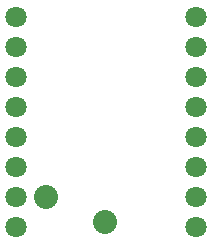
<source format=gbr>
%TF.GenerationSoftware,KiCad,Pcbnew,(6.0.5-0)*%
%TF.CreationDate,2022-06-18T00:21:31+09:00*%
%TF.ProjectId,tinypicokey-lp,74696e79-7069-4636-9f6b-65792d6c702e,rev?*%
%TF.SameCoordinates,Original*%
%TF.FileFunction,Copper,L1,Top*%
%TF.FilePolarity,Positive*%
%FSLAX46Y46*%
G04 Gerber Fmt 4.6, Leading zero omitted, Abs format (unit mm)*
G04 Created by KiCad (PCBNEW (6.0.5-0)) date 2022-06-18 00:21:31*
%MOMM*%
%LPD*%
G01*
G04 APERTURE LIST*
%TA.AperFunction,ComponentPad*%
%ADD10C,2.032000*%
%TD*%
%TA.AperFunction,ComponentPad*%
%ADD11C,1.800000*%
%TD*%
G04 APERTURE END LIST*
D10*
%TO.P,SW1,1,1*%
%TO.N,Net-(SW1-Pad1)*%
X102235000Y-96451000D03*
%TO.P,SW1,2,2*%
%TO.N,GND*%
X97235000Y-94351000D03*
%TD*%
D11*
%TO.P,U1,1,VBUS*%
%TO.N,Net-(U1-Pad1)*%
X94680000Y-79060000D03*
%TO.P,U1,2,GND*%
%TO.N,unconnected-(U1-Pad2)*%
X94680000Y-81600000D03*
%TO.P,U1,3,3V3*%
%TO.N,unconnected-(U1-Pad3)*%
X94680000Y-84140000D03*
%TO.P,U1,4,GP29*%
%TO.N,unconnected-(U1-Pad4)*%
X94680000Y-86680000D03*
%TO.P,U1,5,GP28*%
%TO.N,unconnected-(U1-Pad5)*%
X94680000Y-89220000D03*
%TO.P,U1,6,GP27*%
%TO.N,unconnected-(U1-Pad6)*%
X94680000Y-91760000D03*
%TO.P,U1,7,GP26*%
%TO.N,unconnected-(U1-Pad7)*%
X94680000Y-94300000D03*
%TO.P,U1,8,GND*%
%TO.N,GND*%
X94680000Y-96840000D03*
%TO.P,U1,9,GP7*%
%TO.N,unconnected-(U1-Pad9)*%
X109920000Y-96840000D03*
%TO.P,U1,10,GP6*%
%TO.N,Net-(SW1-Pad1)*%
X109920000Y-94300000D03*
%TO.P,U1,11,GP5*%
%TO.N,unconnected-(U1-Pad11)*%
X109920000Y-91760000D03*
%TO.P,U1,12,GP4*%
%TO.N,unconnected-(U1-Pad12)*%
X109920000Y-89220000D03*
%TO.P,U1,13,GP3*%
%TO.N,unconnected-(U1-Pad13)*%
X109920000Y-86680000D03*
%TO.P,U1,14,GP2*%
%TO.N,unconnected-(U1-Pad14)*%
X109920000Y-84140000D03*
%TO.P,U1,15,GP1*%
%TO.N,unconnected-(U1-Pad15)*%
X109920000Y-81600000D03*
%TO.P,U1,16,GP0*%
%TO.N,unconnected-(U1-Pad16)*%
X109920000Y-79060000D03*
%TD*%
M02*

</source>
